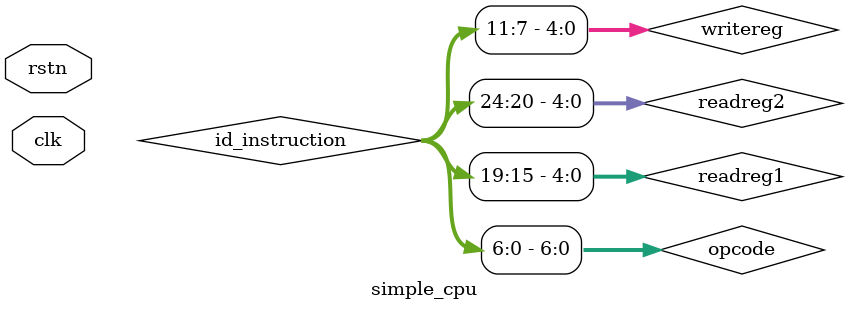
<source format=v>


module simple_cpu
#(parameter DATA_WIDTH = 32)(
  input clk,
  input rstn
);

///////////////////////////////////////////////////////////////////////////////
// TODO:  Declare all wires / registers that are needed
///////////////////////////////////////////////////////////////////////////////
// e.g., wire [DATA_WIDTH-1:0] if_pc_plus_4;
// 1) Pipeline registers (wires to / from pipeline register modules)
// 2) In / Out ports for other modules
// 3) Additional wires for multiplexers or other mdoules you instantiate

wire [DATA_WIDTH-1:0] instruction;
wire [DATA_WIDTH-1:0] id_instruction;
reg [DATA_WIDTH-1:0] PC;
wire [DATA_WIDTH-1:0] id_PC;
wire [DATA_WIDTH-1:0] ex_PC;    // program counter (32 bits)
wire [DATA_WIDTH-1:0] PC_PLUS_4;
wire [DATA_WIDTH-1:0] id_PC_PLUS_4;
wire [DATA_WIDTH-1:0] ex_PC_PLUS_4;
wire [DATA_WIDTH-1:0] mem_PC_PLUS_4;
wire [DATA_WIDTH-1:0] wb_PC_PLUS_4;
wire [DATA_WIDTH-1:0] NEXT_PC;
wire [DATA_WIDTH-1:0] PC_BRANCH;
wire [DATA_WIDTH-1:0] mem_PC_BRANCH;
wire [DATA_WIDTH-1:0] jalr_out;
wire [DATA_WIDTH-1:0] mem_jalr_out;

///////////////////////////////////////////////////////////////////////////////
// Instruction Fetch (IF)
///////////////////////////////////////////////////////////////////////////////



/* m_pc_plus_4_adder */
adder m_pc_plus_4_adder(
  .in_a   (PC),
  .in_b   (32'h0000_0004),

  .result (PC_PLUS_4)
);


always @(posedge clk) begin
  if (rstn == 1'b0) begin
    PC <= 32'h00000000;
  end
  else PC <= NEXT_PC;
end

//assign NEXT_PC=PC_PLUS_4;

/* instruction: read current instruction from inst mem */
instruction_memory m_instruction_memory(
  .address    (PC),

  .instruction(instruction)
);

/* forward to IF/ID stage registers */
ifid_reg m_ifid_reg(
  // TODO: Add flush or stall signal if it is needed
  .clk            (clk),
  .if_PC          (PC),
  .if_pc_plus_4   (PC_PLUS_4),
  .if_instruction (instruction),

  .id_PC          (id_PC),
  .id_pc_plus_4   (id_PC_PLUS_4),
  .id_instruction (id_instruction)
);


//////////////////////////////////////////////////////////////////////////////////
// Instruction Decode (ID)
//////////////////////////////////////////////////////////////////////////////////




wire mem_taken;
wire [1:0] mem_jump;

wire [31:0] readdata1, readdata2;
wire [31:0] ex_readdata1, ex_readdata2;
wire [31:0] mem_readdata2;
// 5 bits for each (because there exist 32 registers)
wire [4:0] readreg1, readreg2, writereg;
wire [4:0] ex_readreg1, ex_readreg2, ex_writereg;
wire [4:0] mem_writereg;
wire [4:0] wb_writereg;

wire [6:0] opcode;
wire [6:0] funct7;
wire [6:0] ex_funct7;
wire [2:0] funct3;
wire [2:0] ex_funct3;
wire [2:0] mem_funct3;

wire branch;
wire mem_read;
wire mem_to_reg;
wire [1:0] alu_op;
wire mem_write;
wire alu_src;
wire reg_write;
wire [1:0] jump;

wire ex_branch;
wire [1:0] ex_alu_op;
wire ex_mem_read;
wire ex_mem_to_reg;
wire ex_mem_write;
wire ex_alu_src;
wire ex_reg_write;
wire [1:0] ex_jump;

wire [31:0] sextimm;
wire [31:0] ex_sextimm;

assign opcode = id_instruction[6:0];

assign funct7 = id_instruction[31:25];
assign funct3 = id_instruction[14:12];

/* m_control: control unit */
control m_control(
  .opcode     (opcode),

  .jump       (jump),
  .branch     (branch),
  .alu_op     (alu_op),
  .alu_src    (alu_src),
  .mem_read   (mem_read),
  .mem_to_reg (mem_to_reg),
  .mem_write  (mem_write),
  .reg_write  (reg_write)
);

/* m_imm_generator: immediate generator */
immediate_generator m_immediate_generator(
  .instruction(id_instruction),

  .sextimm    (sextimm)
);

assign readreg1 = id_instruction[19:15];
assign readreg2 = id_instruction[24:20];
assign writereg  = id_instruction[11:7];

wire [DATA_WIDTH-1:0] write_data;
wire wb_reg_write;

/* m_register_file: register file */
register_file m_register_file(
  .clk        (clk),
  .readreg1   (readreg1),
  .readreg2   (readreg2),
  .writereg   (wb_writereg),
  .wen        (wb_reg_write),
  .writedata  (write_data),

  .readdata1  (readdata1),
  .readdata2  (readdata2)
);

wire flush;
/* m_hazard: hazard detection unit */
hazard m_hazard(
  .mem_taken(mem_taken),
  .mem_PC_PLUS_4(mem_PC_PLUS_4),
  .mem_PC_BRANCH(mem_PC_BRANCH),
  .mem_jump(mem_jump),
  .mem_jalr_out(mem_jalr_out),
  .id_pc(id_PC),
  
  .flush(flush)
  // TODO: implement hazard detection unit & do wiring
);
wire memwrite;
wire regwrite;
wire ex_memwrite;
wire ex_regwrite;

mux_2x1 m_flush_mux1(
  .select(flush),
  .in1(mem_write),
  .in2(32'h00000000),
  
  .out(memwrite)
);

mux_2x1 m_flush_mux2(
  .select(flush),
  .in1(reg_write),
  .in2(32'h00000000),
  
  .out(regwrite)
);

mux_2x1 m_flush_mux3(
  .select(flush),
  .in1(ex_mem_write),
  .in2(32'h00000000),
  
  .out(ex_memwrite)
);

mux_2x1 m_flush_mux4(
  .select(flush),
  .in1(ex_reg_write),
  .in2(32'h00000000),
  
  .out(ex_regwrite)
);


/* forward to ID/EX stage registers */
idex_reg m_idex_reg(
  // TODO: Add flush or stall signal if it is needed
  .clk          (clk),
  .id_PC        (id_PC),
  .id_pc_plus_4 (id_PC_PLUS_4),
  .id_jump      (jump),
  .id_branch    (branch),
  .id_aluop     (alu_op),
  .id_alusrc    (alu_src),
  .id_memread   (mem_read),
  .id_memwrite  (memwrite),
  .id_memtoreg  (mem_to_reg),
  .id_regwrite  (regwrite),
  .id_sextimm   (sextimm),
  .id_funct7    (funct7),
  .id_funct3    (funct3),
  .id_readdata1 (readdata1),
  .id_readdata2 (readdata2),
  .id_rs1       (readreg1),
  .id_rs2       (readreg2),
  .id_rd        (writereg),

  .ex_PC        (ex_PC),
  .ex_pc_plus_4 (ex_PC_PLUS_4),
  .ex_jump      (ex_jump),
  .ex_branch    (ex_branch),
  .ex_aluop     (ex_alu_op),
  .ex_alusrc    (ex_alu_src),
  .ex_memread   (ex_mem_read),
  .ex_memwrite  (ex_mem_write),
  .ex_memtoreg  (ex_mem_to_reg),
  .ex_regwrite  (ex_reg_write),
  .ex_sextimm   (ex_sextimm),
  .ex_funct7    (ex_funct7),
  .ex_funct3    (ex_funct3),
  .ex_readdata1 (ex_readdata1),
  .ex_readdata2 (ex_readdata2),
  .ex_rs1       (ex_readreg1),
  .ex_rs2       (ex_readreg2),
  .ex_rd        (ex_writereg)
);

//////////////////////////////////////////////////////////////////////////////////
// Execute (EX) 
//////////////////////////////////////////////////////////////////////////////////

/* m_branch_target_adder: PC + imm for branch address */
adder m_branch_target_adder(
  .in_a   (ex_PC),
  .in_b   (ex_sextimm),

  .result (PC_BRANCH)
);



adder m_adder_for_jalr(
  .in_a(ex_sextimm),
  .in_b(ex_readdata1),

  .result(jalr_out)
);

wire ex_taken;
wire ex_alu_check;
wire [3:0] ex_alu_func;
wire [31:0] ex_alu_in2;
wire [31:0] ex_alu_in2_temp;

/* m_branch_control : checks T/NT */
branch_control m_branch_control(
  .branch(ex_branch),
  .check(ex_alu_check),

  .taken(ex_taken)
);

/* alu control : generates alu_func signal */
alu_control m_alu_control(
  .alu_op   (ex_alu_op),
  .funct7   (ex_funct7),
  .funct3   (ex_funct3),

  .alu_func (ex_alu_func)
);

mux_2x1 m_mux_2x1(
  .select(ex_alu_src),
  .in1(ex_readdata2),
  .in2(ex_sextimm),
  
  .out(ex_alu_in2_temp)
);

wire mem_mem_read;
wire mem_mem_write;
wire mem_mem_to_reg;
wire mem_reg_write;
wire [1:0] mem_alu_op;
wire mem_alu_src;
wire [31:0] ex_alu_in1;
wire [31:0] ex_alu_result;
wire [31:0] mem_alu_result;
wire [31:0] wb_alu_result;

wire[1:0] forwarding_1;
wire[1:0] forwarding_2;

forwarding m_forwarding(
  // TODO: implement forwarding unit & do wiring
  .rs1_ex         (ex_readreg1),
  .rs2_ex         (ex_readreg2),
  .rd_mem         (mem_writereg),
  .rd_wb          (wb_writereg),
  .mem_reg_write  (mem_reg_write),
  .wb_reg_write   (wb_reg_write),

  .forwarding_1   (forwarding_1),
  .forwarding_2   (forwarding_2)

);

mux_3x1 m_mux_3x1(
  .select(forwarding_1),
  .in1(ex_readdata1),
  .in2(write_data),
  .in3(mem_alu_result),
  
  .out(ex_alu_in1)
);

mux_3x1 m_mux_3x1_2(
  .select(forwarding_2),
  .in1(ex_alu_in2_temp),
  .in2(write_data),
  .in3(mem_alu_result),
  
  .out(ex_alu_in2)
);

//assign ex_alu_in1 = ex_readdata1;

/* m_alu */
alu m_alu(
  .alu_func (ex_alu_func),
  .in_a     (ex_alu_in1), 
  .in_b     (ex_alu_in2), 

  .result   (ex_alu_result),
  .check    (ex_alu_check)
);


/* forward to EX/MEM stage registers */
exmem_reg m_exmem_reg(
  // TODO: Add flush or stall signal if it is needed
  .clk            (clk),
  .ex_pc_plus_4   (ex_PC_PLUS_4),
  .ex_pc_target   (PC_BRANCH),
  .ex_taken       (ex_taken), 
  .ex_jump        (ex_jump),
  .ex_memread     (ex_mem_read),
  .ex_memwrite    (ex_memwrite),
  .ex_memtoreg    (ex_mem_to_reg),
  .ex_regwrite    (ex_regwrite),
  .ex_alu_result  (ex_alu_result),
  .ex_writedata   (ex_readdata2),
  .ex_funct3      (ex_funct3),
  .ex_rd          (ex_writereg),
  .ex_jalr        (jalr_out),
  
  .mem_pc_plus_4  (mem_PC_PLUS_4),
  .mem_pc_target  (mem_PC_BRANCH),
  .mem_taken      (mem_taken), 
  .mem_jump       (mem_jump),
  .mem_memread    (mem_mem_read),
  .mem_memwrite   (mem_mem_write),
  .mem_memtoreg   (mem_mem_to_reg),
  .mem_regwrite   (mem_reg_write),
  .mem_alu_result (mem_alu_result),
  .mem_writedata  (mem_readdata2),
  .mem_funct3     (mem_funct3),
  .mem_rd         (mem_writereg),
  .mem_jalr       (mem_jalr_out)
);


//////////////////////////////////////////////////////////////////////////////////
// Memory (MEM) 
//////////////////////////////////////////////////////////////////////////////////

wire [31:0] branch_out;

mux_2x1 m_mux_2x1_branch(
  .select(mem_taken),
  .in1(mem_PC_PLUS_4),
  .in2(mem_PC_BRANCH),
  
  .out(branch_out)
);

mux_4x1 m_mux_4x1(
  .select(mem_jump),
  .in1(branch_out),
  .in2(branch_out),
  .in3(mem_PC_BRANCH),
  .in4(mem_jalr_out),
  
  .out(NEXT_PC)
);

wire [1:0] maskmode ;
assign maskmode = mem_funct3[1:0];
wire [DATA_WIDTH-1:0] read_data;
wire [DATA_WIDTH-1:0] wb_read_data;

/* m_data_memory : main memory module */
data_memory m_data_memory(
  .clk         (clk),
  .address     (mem_alu_result),
  .write_data  (mem_readdata2),
  .mem_read    (mem_mem_read),
  .mem_write   (mem_mem_write),
  .maskmode    (maskmode),
  .sext        (mem_funct3[2]),

  .read_data   (read_data)
);

wire wb_mem_to_reg;
wire [1:0] wb_jump;

/* forward to MEM/WB stage registers */
memwb_reg m_memwb_reg(
  // TODO: Add flush or stall signal if it is needed
  .clk            (clk),
  .mem_pc_plus_4  (mem_PC_PLUS_4),
  .mem_jump       (mem_jump),
  .mem_memtoreg   (mem_mem_to_reg),
  .mem_regwrite   (mem_reg_write),
  .mem_readdata   (read_data),
  .mem_alu_result (mem_alu_result),
  .mem_rd         (mem_writereg),

  .wb_pc_plus_4   (wb_PC_PLUS_4),
  .wb_jump        (wb_jump),
  .wb_memtoreg    (wb_mem_to_reg),
  .wb_regwrite    (wb_reg_write),
  .wb_readdata    (wb_read_data),
  .wb_alu_result  (wb_alu_result),
  .wb_rd          (wb_writereg)
);

//////////////////////////////////////////////////////////////////////////////////
// Write Back (WB) 
//////////////////////////////////////////////////////////////////////////////////

wire[31:0] write_data_;

mux_2x1 m_mux_2x1_2(
  .select(wb_mem_to_reg),
  .in1(wb_alu_result),
  .in2(wb_read_data),
  
  .out(write_data_)
);

mux_2x1 m_mux_2x1_3(
  .select(wb_jump[1]),
  .in1(write_data_),
  .in2(wb_PC_PLUS_4),
  
  .out(write_data)
);


endmodule

</source>
